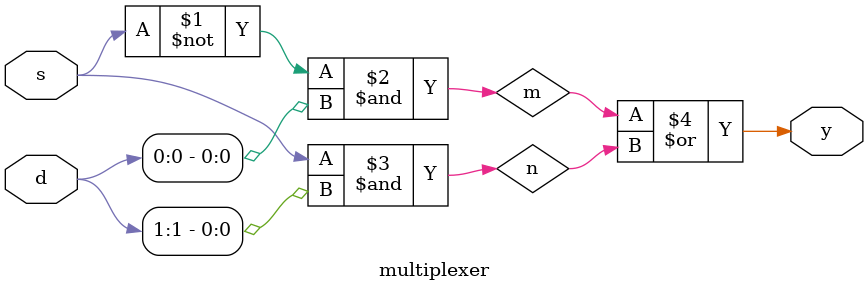
<source format=v>
`timescale 1ns / 1ps

module multiplexer(d,s,y);
    input [1:0]d;
    input      s;
    output     y;
    wire       m,n;
    
    assign m = (~s)&d[0];
    assign n = s&d[1];
    assign y = m|n;
    
endmodule

</source>
